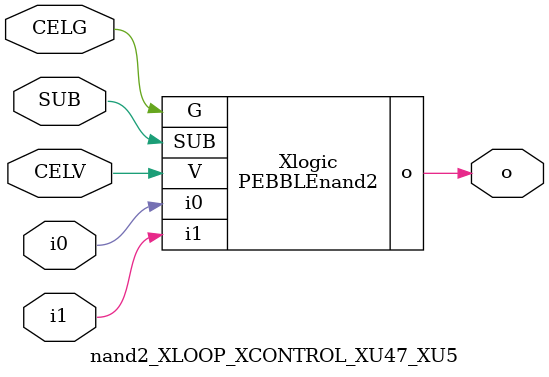
<source format=v>



module PEBBLEnand2 ( o, G, SUB, V, i0, i1 );

  input i0;
  input V;
  input i1;
  input G;
  output o;
  input SUB;
endmodule

//Celera Confidential Do Not Copy nand2_XLOOP_XCONTROL_XU47_XU5
//Celera Confidential Symbol Generator
//5V NAND2
module nand2_XLOOP_XCONTROL_XU47_XU5 (CELV,CELG,i0,i1,o,SUB);
input CELV;
input CELG;
input i0;
input i1;
input SUB;
output o;

//Celera Confidential Do Not Copy nand2
PEBBLEnand2 Xlogic(
.V (CELV),
.i0 (i0),
.i1 (i1),
.o (o),
.SUB (SUB),
.G (CELG)
);
//,diesize,PEBBLEnand2

//Celera Confidential Do Not Copy Module End
//Celera Schematic Generator
endmodule

</source>
